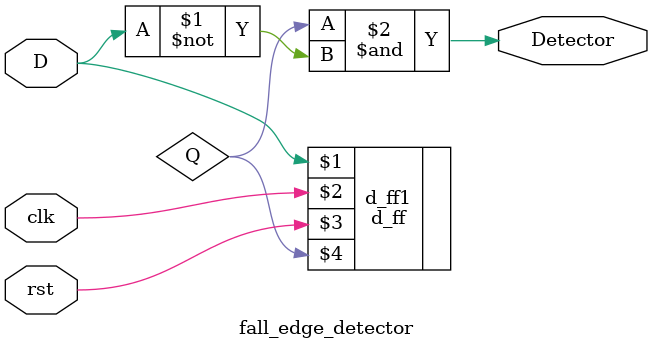
<source format=v>
`timescale 1ns / 1ps


module fall_edge_detector(input clk,rst,D, output Detector);
   wire Q;
  
   and A1(Detector,Q,~D);
  
  ////Instantiation
  d_ff d_ff1(D,clk,rst,Q);
  
 endmodule  


</source>
